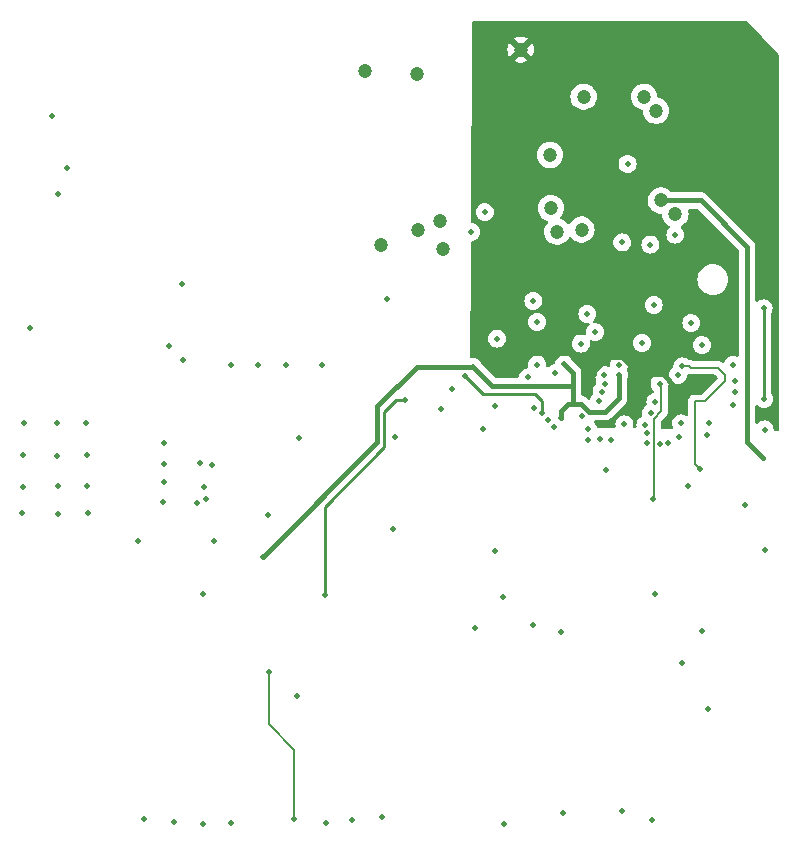
<source format=gbr>
%TF.GenerationSoftware,KiCad,Pcbnew,7.0.10-7.0.10~ubuntu22.04.1*%
%TF.CreationDate,2024-03-30T17:15:14+01:00*%
%TF.ProjectId,test_fixture,74657374-5f66-4697-9874-7572652e6b69,rev?*%
%TF.SameCoordinates,Original*%
%TF.FileFunction,Copper,L2,Inr*%
%TF.FilePolarity,Positive*%
%FSLAX46Y46*%
G04 Gerber Fmt 4.6, Leading zero omitted, Abs format (unit mm)*
G04 Created by KiCad (PCBNEW 7.0.10-7.0.10~ubuntu22.04.1) date 2024-03-30 17:15:14*
%MOMM*%
%LPD*%
G01*
G04 APERTURE LIST*
%TA.AperFunction,ComponentPad*%
%ADD10C,1.200000*%
%TD*%
%TA.AperFunction,ViaPad*%
%ADD11C,0.500000*%
%TD*%
%TA.AperFunction,Conductor*%
%ADD12C,0.400000*%
%TD*%
%TA.AperFunction,Conductor*%
%ADD13C,0.127000*%
%TD*%
%TA.AperFunction,Conductor*%
%ADD14C,0.254000*%
%TD*%
G04 APERTURE END LIST*
D10*
%TO.N,/I2C_DATA_1.8*%
%TO.C,POGO12*%
X117330886Y-76558500D03*
%TD*%
%TO.N,SWDCLK_1.8*%
%TO.C,POGO21*%
X123706286Y-89182300D03*
%TD*%
%TO.N,GND*%
%TO.C,POGO14*%
X123934886Y-91595300D03*
%TD*%
%TO.N,I2C_CLK_1.8*%
%TO.C,POGO11*%
X121750486Y-76812500D03*
%TD*%
%TO.N,GND*%
%TO.C,POGO3*%
X135872886Y-78692100D03*
%TD*%
%TO.N,/BUTTON*%
%TO.C,POGO7*%
X133100000Y-88120000D03*
%TD*%
%TO.N,SWDIO_1.8*%
%TO.C,POGO22*%
X121826686Y-89969700D03*
%TD*%
%TO.N,FF_CLK_1.8*%
%TO.C,POGO10*%
X133028086Y-83619700D03*
%TD*%
%TO.N,UART_RX_1.8*%
%TO.C,POGO1*%
X140978286Y-78692100D03*
%TD*%
%TO.N,VDD*%
%TO.C,POGO19*%
X142400686Y-87480500D03*
%TD*%
%TO.N,/UART_TX_TO_MCU_1.8*%
%TO.C,POGO5*%
X142019686Y-79885900D03*
%TD*%
%TO.N,VREF_IN_1.8*%
%TO.C,POGO2*%
X118677086Y-91214300D03*
%TD*%
%TO.N,+1.8V*%
%TO.C,POGO16*%
X130538886Y-74704300D03*
%TD*%
%TO.N,FF_Q_1.8*%
%TO.C,POGO15*%
X135695086Y-89944300D03*
%TD*%
%TO.N,FF_D_1.8*%
%TO.C,POGO8*%
X133637686Y-90122100D03*
%TD*%
%TO.N,GND*%
%TO.C,POGO6*%
X143645286Y-88623500D03*
%TD*%
D11*
%TO.N,GND*%
X91360000Y-114060000D03*
X135640000Y-99590000D03*
X93880000Y-113900000D03*
X128400000Y-104840000D03*
X90830000Y-80330000D03*
X88400000Y-111720000D03*
X88460000Y-106330000D03*
X91330000Y-111650000D03*
X100800000Y-99760000D03*
X119709859Y-115292045D03*
X89020000Y-98280000D03*
X143840000Y-102260000D03*
X143640000Y-90370000D03*
X144130000Y-106350000D03*
X131940000Y-101370000D03*
X93820000Y-109050000D03*
X141100000Y-106470000D03*
X88320000Y-113920000D03*
X103650000Y-120760000D03*
X141890000Y-120830000D03*
X100370000Y-109780000D03*
X104380000Y-109840000D03*
X129020000Y-121010000D03*
X104550000Y-116270000D03*
X135760000Y-105730000D03*
X146460000Y-106290000D03*
X91340000Y-86960000D03*
X88420000Y-109030000D03*
X93740000Y-106360000D03*
X103360000Y-109700000D03*
X145890000Y-99730000D03*
X138880000Y-101390000D03*
X140810000Y-99540000D03*
X101920000Y-100970000D03*
X141620000Y-139940000D03*
X91300000Y-109080000D03*
X116270000Y-139960000D03*
X101850000Y-94550000D03*
X91300000Y-106340000D03*
X103620000Y-140240000D03*
X93830000Y-111690000D03*
X129090000Y-140260000D03*
X149560000Y-113220000D03*
X139330000Y-106440000D03*
X144680000Y-111630000D03*
X127320000Y-106790000D03*
X133490000Y-102060000D03*
X146380000Y-130550000D03*
X128523099Y-99170337D03*
%TO.N,+3.3V*%
X145710000Y-110220000D03*
X138860000Y-102260000D03*
X144230000Y-101530000D03*
X108730000Y-117640000D03*
X134230000Y-101350000D03*
X133980000Y-105920000D03*
X126500000Y-101560000D03*
%TO.N,+5V*%
X100280000Y-113050000D03*
X103740000Y-111720000D03*
X98150000Y-116290000D03*
X103100000Y-113070000D03*
X103920000Y-112720000D03*
X100340000Y-111340000D03*
%TO.N,VDD*%
X108270000Y-101450000D03*
X110670000Y-101380000D03*
X106030000Y-101400000D03*
X119910000Y-107520000D03*
X151070000Y-109310000D03*
X100310000Y-108030000D03*
X113740000Y-101430000D03*
%TO.N,+1.8V*%
X146900000Y-102510000D03*
X141600000Y-102180000D03*
X136760000Y-102200000D03*
X130050000Y-101570000D03*
%TO.N,BUTTON_CTRL*%
X118780000Y-139720000D03*
X128400000Y-117130000D03*
%TO.N,SENSE_3.3V*%
X131950000Y-97760000D03*
X113974533Y-120921558D03*
X120780000Y-104410000D03*
%TO.N,BUTTON_DIVIDED*%
X142300000Y-102980000D03*
X141740000Y-112790000D03*
%TO.N,/RP2040 and Shifters/OE_CTRL*%
X146310000Y-107350000D03*
X136270000Y-106860000D03*
X141240000Y-107190000D03*
%TO.N,Net-(U1-GP13)*%
X137780000Y-110300000D03*
X139160000Y-139210000D03*
%TO.N,/RP2040 and Shifters/BUTTON_INPUT_SENSED*%
X114030000Y-140170000D03*
X136210000Y-107780000D03*
%TO.N,/UART_TX_TO_MCU_1.8*%
X123810000Y-105140000D03*
X136190000Y-97090000D03*
X109180000Y-114130000D03*
%TO.N,FF_CLK_1.8*%
X141950000Y-104520000D03*
X139590000Y-84380000D03*
X151200000Y-106870000D03*
%TO.N,FF_D_1.8*%
X141550000Y-105500000D03*
X139140000Y-91030000D03*
X151230000Y-117040000D03*
%TO.N,I2C_CLK_1.8*%
X151110000Y-96610000D03*
X148490000Y-104820000D03*
X151171745Y-104279824D03*
%TO.N,SWDIO_1.8*%
X131180000Y-102450000D03*
%TO.N,SWDCLK_1.8*%
X137610000Y-102250000D03*
%TO.N,UART_RX_1.8*%
X137660000Y-103000000D03*
%TO.N,UART_TX_1.8*%
X111750000Y-107600000D03*
X137390000Y-103670000D03*
%TO.N,/RP2040 and Shifters/UART_RX*%
X132310000Y-105460000D03*
X98630000Y-139880000D03*
X119240000Y-95830000D03*
X125800000Y-102350000D03*
%TO.N,/RP2040 and Shifters/UART_TX*%
X136850000Y-98620000D03*
X132856500Y-106100000D03*
X127510000Y-88470000D03*
X101210000Y-140100000D03*
%TO.N,/RP2040 and Shifters/RESET*%
X133370000Y-106676500D03*
X105976904Y-140220043D03*
%TO.N,/RP2040 and Shifters/SWDCLK*%
X131670000Y-105040000D03*
X111570000Y-129460000D03*
%TO.N,/RP2040 and Shifters/PDM_CLK*%
X143020000Y-108010000D03*
X134130000Y-139320000D03*
%TO.N,/RP2040 and Shifters/FF_Q*%
X141230000Y-108050000D03*
X126660000Y-123670000D03*
%TO.N,/RP2040 and Shifters/FF_D*%
X131590000Y-123460000D03*
X138210000Y-107740000D03*
%TO.N,/RP2040 and Shifters/FF_CLK*%
X137290000Y-107703500D03*
X133930000Y-123990000D03*
%TO.N,/RP2040 and Shifters/I2C_CLK*%
X144230000Y-126630000D03*
X143980000Y-107490000D03*
%TO.N,/RP2040 and Shifters/VREF_IN*%
X145930000Y-123940000D03*
X142324935Y-108092993D03*
%TO.N,RESET_1.8*%
X137189719Y-104440016D03*
%TO.N,PDM_CLK_1.8*%
X148720000Y-103700000D03*
%TO.N,VREF_IN_1.8*%
X141800000Y-96320000D03*
X126340000Y-90150000D03*
X92110000Y-84730000D03*
X148720000Y-102760000D03*
X131620000Y-95970000D03*
%TO.N,FF_Q_1.8*%
X141530000Y-91210000D03*
X148500000Y-101400000D03*
X144990000Y-97860000D03*
%TO.N,/RP2040 and Shifters/SWDIO*%
X111380000Y-139870000D03*
X109220000Y-127400000D03*
X124750000Y-103470000D03*
%TD*%
D12*
%TO.N,+3.3V*%
X138860000Y-104200000D02*
X137670000Y-105390000D01*
X135679239Y-104730000D02*
X134980000Y-104730000D01*
X134980000Y-103180000D02*
X134980000Y-102100000D01*
D13*
X146110000Y-104490000D02*
X147840000Y-102760000D01*
D12*
X118400000Y-107970000D02*
X118400000Y-104890000D01*
D13*
X144830000Y-101530000D02*
X144230000Y-101530000D01*
D12*
X134580000Y-104730000D02*
X133980000Y-105330000D01*
X134980000Y-103180000D02*
X128120000Y-103180000D01*
X138860000Y-102260000D02*
X138860000Y-104200000D01*
X137670000Y-105390000D02*
X136339239Y-105390000D01*
D13*
X147840000Y-102760000D02*
X147840000Y-102240000D01*
X145710000Y-110220000D02*
X145290000Y-109800000D01*
D12*
X134980000Y-102100000D02*
X134230000Y-101350000D01*
D13*
X145290000Y-104490000D02*
X146110000Y-104490000D01*
D12*
X136339239Y-105390000D02*
X135679239Y-104730000D01*
D13*
X147240000Y-101640000D02*
X144940000Y-101640000D01*
D12*
X118400000Y-104890000D02*
X121730000Y-101560000D01*
X121730000Y-101560000D02*
X126500000Y-101560000D01*
D13*
X147840000Y-102240000D02*
X147240000Y-101640000D01*
X145290000Y-109800000D02*
X145290000Y-104490000D01*
D12*
X134980000Y-104730000D02*
X134580000Y-104730000D01*
X108730000Y-117640000D02*
X118400000Y-107970000D01*
X134980000Y-104730000D02*
X134980000Y-103180000D01*
D13*
X144940000Y-101640000D02*
X144830000Y-101530000D01*
D12*
X128120000Y-103180000D02*
X126500000Y-101560000D01*
X133980000Y-105330000D02*
X133980000Y-105920000D01*
%TO.N,VDD*%
X145800500Y-87480500D02*
X149710000Y-91390000D01*
X149710000Y-107950000D02*
X151070000Y-109310000D01*
X149710000Y-91390000D02*
X149710000Y-107950000D01*
X142400686Y-87480500D02*
X145800500Y-87480500D01*
%TO.N,+1.8V*%
X136285000Y-101595000D02*
X135070000Y-100380000D01*
X130480000Y-100380000D02*
X130480000Y-101140000D01*
X142280000Y-102180000D02*
X140330000Y-102180000D01*
X139900000Y-101750000D02*
X139900000Y-101490761D01*
X137095000Y-101595000D02*
X136285000Y-101595000D01*
X137095000Y-101595000D02*
X136760000Y-101930000D01*
X137950000Y-100740000D02*
X137095000Y-101595000D01*
X143630000Y-103230000D02*
X142580000Y-102180000D01*
X136760000Y-101930000D02*
X136760000Y-102200000D01*
X135070000Y-100380000D02*
X130480000Y-100380000D01*
X146180000Y-103230000D02*
X143630000Y-103230000D01*
X139900000Y-101490761D02*
X139149239Y-100740000D01*
X142580000Y-102180000D02*
X142280000Y-102180000D01*
X130480000Y-101140000D02*
X130050000Y-101570000D01*
X140330000Y-102180000D02*
X139900000Y-101750000D01*
X146900000Y-102510000D02*
X146180000Y-103230000D01*
X139149239Y-100740000D02*
X137950000Y-100740000D01*
X142280000Y-102180000D02*
X141600000Y-102180000D01*
D14*
%TO.N,SENSE_3.3V*%
X113974533Y-113405467D02*
X118990000Y-108390000D01*
X118990000Y-108390000D02*
X118990000Y-105390000D01*
X113974533Y-120921558D02*
X113974533Y-113405467D01*
X119970000Y-104410000D02*
X120780000Y-104410000D01*
X118990000Y-105390000D02*
X119970000Y-104410000D01*
D13*
%TO.N,BUTTON_DIVIDED*%
X142463500Y-105312699D02*
X142463500Y-103143500D01*
X141740000Y-112790000D02*
X141811435Y-112718565D01*
X142463500Y-103143500D02*
X142300000Y-102980000D01*
X141811435Y-112718565D02*
X141811435Y-105964764D01*
X141811435Y-105964764D02*
X142463500Y-105312699D01*
D14*
%TO.N,I2C_CLK_1.8*%
X151110000Y-96610000D02*
X151110000Y-104218079D01*
X151110000Y-104218079D02*
X151171745Y-104279824D01*
%TO.N,/RP2040 and Shifters/UART_RX*%
X132310000Y-104450000D02*
X132310000Y-105460000D01*
X131740000Y-103880000D02*
X132310000Y-104450000D01*
X125800000Y-102350000D02*
X127330000Y-103880000D01*
X127330000Y-103880000D02*
X131740000Y-103880000D01*
D13*
%TO.N,/RP2040 and Shifters/SWDIO*%
X111380000Y-133980000D02*
X111380000Y-139870000D01*
X109220000Y-127400000D02*
X109220000Y-131820000D01*
X109220000Y-131820000D02*
X111380000Y-133980000D01*
%TD*%
%TA.AperFunction,Conductor*%
%TO.N,+1.8V*%
G36*
X149723265Y-72290002D02*
G01*
X149747374Y-72310153D01*
X150979635Y-73634032D01*
X152349988Y-75106270D01*
X152366230Y-75123719D01*
X152398001Y-75187210D01*
X152400000Y-75209566D01*
X152400000Y-106901272D01*
X152379998Y-106969393D01*
X152326342Y-107015886D01*
X152271302Y-107027243D01*
X152084325Y-107023239D01*
X152016649Y-107001783D01*
X151971315Y-106947144D01*
X151961816Y-106883158D01*
X151963299Y-106870000D01*
X151944162Y-106700150D01*
X151887709Y-106538817D01*
X151796771Y-106394091D01*
X151796769Y-106394089D01*
X151796768Y-106394087D01*
X151675912Y-106273231D01*
X151670534Y-106269852D01*
X151569810Y-106206562D01*
X151531182Y-106182290D01*
X151431270Y-106147330D01*
X151369850Y-106125838D01*
X151369848Y-106125837D01*
X151369850Y-106125837D01*
X151200000Y-106106701D01*
X151030151Y-106125837D01*
X150868817Y-106182290D01*
X150724087Y-106273231D01*
X150724086Y-106273232D01*
X150633595Y-106363724D01*
X150571283Y-106397750D01*
X150500468Y-106392685D01*
X150443632Y-106350138D01*
X150418821Y-106283618D01*
X150418500Y-106274629D01*
X150418500Y-104903450D01*
X150438502Y-104835329D01*
X150492158Y-104788836D01*
X150562432Y-104778732D01*
X150627012Y-104808226D01*
X150633595Y-104814355D01*
X150695832Y-104876592D01*
X150695834Y-104876593D01*
X150695836Y-104876595D01*
X150840562Y-104967533D01*
X151001895Y-105023986D01*
X151001894Y-105023986D01*
X151019093Y-105025923D01*
X151171745Y-105043123D01*
X151341595Y-105023986D01*
X151502928Y-104967533D01*
X151647654Y-104876595D01*
X151768516Y-104755733D01*
X151859454Y-104611007D01*
X151915907Y-104449674D01*
X151935044Y-104279824D01*
X151915907Y-104109974D01*
X151859454Y-103948641D01*
X151840201Y-103918000D01*
X151764813Y-103798021D01*
X151745500Y-103730985D01*
X151745500Y-97060572D01*
X151764814Y-96993535D01*
X151797706Y-96941187D01*
X151797709Y-96941183D01*
X151854162Y-96779850D01*
X151873299Y-96610000D01*
X151854162Y-96440150D01*
X151797709Y-96278817D01*
X151706771Y-96134091D01*
X151706769Y-96134089D01*
X151706768Y-96134087D01*
X151585912Y-96013231D01*
X151441182Y-95922290D01*
X151341270Y-95887330D01*
X151279850Y-95865838D01*
X151279848Y-95865837D01*
X151279850Y-95865837D01*
X151110000Y-95846701D01*
X150940151Y-95865837D01*
X150778817Y-95922290D01*
X150634087Y-96013231D01*
X150634086Y-96013232D01*
X150633595Y-96013724D01*
X150633198Y-96013940D01*
X150628557Y-96017642D01*
X150627908Y-96016829D01*
X150571283Y-96047750D01*
X150500468Y-96042685D01*
X150443632Y-96000138D01*
X150418821Y-95933618D01*
X150418500Y-95924629D01*
X150418500Y-91415222D01*
X150418730Y-91407615D01*
X150420409Y-91379850D01*
X150422402Y-91346908D01*
X150411434Y-91287059D01*
X150410298Y-91279597D01*
X150402965Y-91219199D01*
X150402964Y-91219197D01*
X150402964Y-91219195D01*
X150399351Y-91209668D01*
X150393227Y-91187702D01*
X150391389Y-91177673D01*
X150391389Y-91177671D01*
X150366427Y-91122208D01*
X150363515Y-91115176D01*
X150341957Y-91058332D01*
X150341955Y-91058329D01*
X150341954Y-91058325D01*
X150338140Y-91052800D01*
X150336163Y-91049935D01*
X150324958Y-91030070D01*
X150320775Y-91020774D01*
X150283267Y-90972899D01*
X150278756Y-90966768D01*
X150244215Y-90916727D01*
X150244212Y-90916724D01*
X150198682Y-90876387D01*
X150193141Y-90871171D01*
X146319327Y-86997357D01*
X146314110Y-86991816D01*
X146273771Y-86946283D01*
X146223720Y-86911734D01*
X146217593Y-86907226D01*
X146169726Y-86869725D01*
X146169722Y-86869723D01*
X146160419Y-86865535D01*
X146140569Y-86854340D01*
X146132175Y-86848546D01*
X146115347Y-86842164D01*
X146075321Y-86826983D01*
X146068294Y-86824072D01*
X146012832Y-86799112D01*
X146012830Y-86799111D01*
X146012829Y-86799111D01*
X146002786Y-86797270D01*
X145980836Y-86791150D01*
X145971301Y-86787535D01*
X145971300Y-86787534D01*
X145971298Y-86787534D01*
X145971294Y-86787533D01*
X145910933Y-86780204D01*
X145903414Y-86779059D01*
X145864888Y-86772000D01*
X145843594Y-86768098D01*
X145843593Y-86768098D01*
X145792632Y-86771180D01*
X145782890Y-86771770D01*
X145775282Y-86772000D01*
X143316846Y-86772000D01*
X143248725Y-86751998D01*
X143227796Y-86734318D01*
X143227692Y-86734433D01*
X143224667Y-86731675D01*
X143223729Y-86730883D01*
X143223390Y-86730511D01*
X143071569Y-86592108D01*
X142896909Y-86483963D01*
X142896908Y-86483962D01*
X142896904Y-86483960D01*
X142779553Y-86438498D01*
X142705342Y-86409749D01*
X142654856Y-86400311D01*
X142503404Y-86372000D01*
X142297968Y-86372000D01*
X142176805Y-86394649D01*
X142096029Y-86409749D01*
X141947607Y-86467248D01*
X141904468Y-86483960D01*
X141904467Y-86483960D01*
X141904466Y-86483961D01*
X141904462Y-86483963D01*
X141729802Y-86592108D01*
X141577983Y-86730509D01*
X141454183Y-86894449D01*
X141454179Y-86894454D01*
X141362615Y-87078339D01*
X141362609Y-87078355D01*
X141306392Y-87275937D01*
X141287437Y-87480500D01*
X141306392Y-87685062D01*
X141362609Y-87882644D01*
X141362615Y-87882660D01*
X141454179Y-88066545D01*
X141454183Y-88066550D01*
X141577983Y-88230490D01*
X141729802Y-88368891D01*
X141729804Y-88368892D01*
X141904468Y-88477040D01*
X142096031Y-88551251D01*
X142297968Y-88589000D01*
X142297971Y-88589000D01*
X142413976Y-88589000D01*
X142482097Y-88609002D01*
X142528590Y-88662658D01*
X142539437Y-88703370D01*
X142547550Y-88790922D01*
X142550992Y-88828062D01*
X142607209Y-89025644D01*
X142607215Y-89025660D01*
X142698779Y-89209545D01*
X142698783Y-89209550D01*
X142822583Y-89373490D01*
X142974402Y-89511891D01*
X143117709Y-89600623D01*
X143165096Y-89653490D01*
X143176379Y-89723584D01*
X143147975Y-89788651D01*
X143140474Y-89796845D01*
X143043230Y-89894089D01*
X142952290Y-90038817D01*
X142895837Y-90200151D01*
X142876701Y-90370000D01*
X142895837Y-90539848D01*
X142952290Y-90701182D01*
X143043231Y-90845912D01*
X143164087Y-90966768D01*
X143164089Y-90966769D01*
X143164091Y-90966771D01*
X143308817Y-91057709D01*
X143470150Y-91114162D01*
X143470149Y-91114162D01*
X143487348Y-91116099D01*
X143640000Y-91133299D01*
X143809850Y-91114162D01*
X143971183Y-91057709D01*
X144115909Y-90966771D01*
X144236771Y-90845909D01*
X144327709Y-90701183D01*
X144384162Y-90539850D01*
X144403299Y-90370000D01*
X144384162Y-90200150D01*
X144327709Y-90038817D01*
X144236771Y-89894091D01*
X144236769Y-89894089D01*
X144236768Y-89894087D01*
X144143569Y-89800888D01*
X144109543Y-89738576D01*
X144114608Y-89667761D01*
X144157155Y-89610925D01*
X144166334Y-89604666D01*
X144316166Y-89511893D01*
X144316165Y-89511893D01*
X144316168Y-89511892D01*
X144467987Y-89373491D01*
X144469032Y-89372108D01*
X144514268Y-89312205D01*
X144591789Y-89209550D01*
X144591790Y-89209546D01*
X144591792Y-89209545D01*
X144683356Y-89025660D01*
X144683355Y-89025660D01*
X144683360Y-89025652D01*
X144739580Y-88828059D01*
X144758535Y-88623500D01*
X144739580Y-88418941D01*
X144719817Y-88349481D01*
X144720413Y-88278487D01*
X144759297Y-88219086D01*
X144824124Y-88190136D01*
X144841007Y-88189000D01*
X145454840Y-88189000D01*
X145522961Y-88209002D01*
X145543935Y-88225905D01*
X148964595Y-91646565D01*
X148998621Y-91708877D01*
X149001500Y-91735660D01*
X149001500Y-100594307D01*
X148981498Y-100662428D01*
X148927842Y-100708921D01*
X148857568Y-100719025D01*
X148833885Y-100713236D01*
X148669847Y-100655837D01*
X148669850Y-100655837D01*
X148500000Y-100636701D01*
X148330151Y-100655837D01*
X148168817Y-100712290D01*
X148024087Y-100803231D01*
X147903231Y-100924087D01*
X147812291Y-101068816D01*
X147789984Y-101132566D01*
X147748605Y-101190257D01*
X147682605Y-101216420D01*
X147612937Y-101202746D01*
X147594352Y-101190914D01*
X147580325Y-101180151D01*
X147580323Y-101180149D01*
X147528470Y-101140360D01*
X147389320Y-101082722D01*
X147309865Y-101072262D01*
X147277492Y-101068000D01*
X147277490Y-101068000D01*
X147273403Y-101067462D01*
X147273403Y-101067461D01*
X147273396Y-101067461D01*
X147240002Y-101063065D01*
X147240000Y-101063065D01*
X147210702Y-101066922D01*
X147194256Y-101068000D01*
X145210294Y-101068000D01*
X145142173Y-101047998D01*
X145133598Y-101041969D01*
X145118468Y-101030359D01*
X145118467Y-101030358D01*
X145118464Y-101030356D01*
X144979322Y-100972723D01*
X144867492Y-100958000D01*
X144867490Y-100958000D01*
X144863403Y-100957462D01*
X144863403Y-100957461D01*
X144863396Y-100957461D01*
X144830002Y-100953065D01*
X144830000Y-100953065D01*
X144800702Y-100956922D01*
X144784256Y-100958000D01*
X144781060Y-100958000D01*
X144712939Y-100937998D01*
X144708986Y-100935163D01*
X144705910Y-100933230D01*
X144705909Y-100933229D01*
X144575839Y-100851500D01*
X144561182Y-100842290D01*
X144449550Y-100803229D01*
X144399850Y-100785838D01*
X144399848Y-100785837D01*
X144399850Y-100785837D01*
X144230000Y-100766701D01*
X144060151Y-100785837D01*
X143898817Y-100842290D01*
X143754087Y-100933231D01*
X143633231Y-101054087D01*
X143542290Y-101198817D01*
X143485837Y-101360151D01*
X143465909Y-101537031D01*
X143464426Y-101536863D01*
X143446699Y-101597237D01*
X143407739Y-101635802D01*
X143364090Y-101663229D01*
X143364086Y-101663232D01*
X143243231Y-101784087D01*
X143152290Y-101928817D01*
X143095837Y-102090151D01*
X143076701Y-102260000D01*
X143090225Y-102380040D01*
X143077975Y-102449972D01*
X143029862Y-102502179D01*
X142961161Y-102520087D01*
X142893684Y-102498009D01*
X142875922Y-102483241D01*
X142775912Y-102383231D01*
X142631182Y-102292290D01*
X142518796Y-102252965D01*
X142469850Y-102235838D01*
X142469848Y-102235837D01*
X142469850Y-102235837D01*
X142300000Y-102216701D01*
X142130151Y-102235837D01*
X141968817Y-102292290D01*
X141824087Y-102383231D01*
X141703231Y-102504087D01*
X141612290Y-102648817D01*
X141555837Y-102810151D01*
X141536701Y-102980000D01*
X141555837Y-103149848D01*
X141612290Y-103311182D01*
X141703231Y-103455912D01*
X141818372Y-103571053D01*
X141852398Y-103633365D01*
X141847333Y-103704180D01*
X141804786Y-103761016D01*
X141770893Y-103779077D01*
X141618816Y-103832291D01*
X141474087Y-103923231D01*
X141353231Y-104044087D01*
X141262290Y-104188817D01*
X141205837Y-104350151D01*
X141186701Y-104520000D01*
X141205837Y-104689847D01*
X141210113Y-104702067D01*
X141213731Y-104772971D01*
X141178441Y-104834576D01*
X141158220Y-104850367D01*
X141074087Y-104903231D01*
X140953231Y-105024087D01*
X140862290Y-105168817D01*
X140805837Y-105330151D01*
X140786701Y-105500000D01*
X140806357Y-105674460D01*
X140794107Y-105744392D01*
X140748186Y-105795254D01*
X140624087Y-105873231D01*
X140503231Y-105994087D01*
X140412290Y-106138817D01*
X140355837Y-106300151D01*
X140341898Y-106423874D01*
X140327435Y-106458291D01*
X140337419Y-106478491D01*
X140338517Y-106486125D01*
X140354641Y-106629232D01*
X140342391Y-106699164D01*
X140294279Y-106751372D01*
X140226734Y-106769310D01*
X140193223Y-106768592D01*
X140125546Y-106747135D01*
X140080213Y-106692496D01*
X140071617Y-106622022D01*
X140073084Y-106614573D01*
X140074162Y-106609850D01*
X140077986Y-106575909D01*
X140088102Y-106486122D01*
X140102563Y-106451707D01*
X140092580Y-106431507D01*
X140091482Y-106423874D01*
X140074162Y-106270151D01*
X140074057Y-106269852D01*
X140017709Y-106108817D01*
X139926771Y-105964091D01*
X139926769Y-105964089D01*
X139926768Y-105964087D01*
X139805912Y-105843231D01*
X139661182Y-105752290D01*
X139561270Y-105717330D01*
X139499850Y-105695838D01*
X139499848Y-105695837D01*
X139499850Y-105695837D01*
X139330000Y-105676701D01*
X139160151Y-105695837D01*
X138998817Y-105752290D01*
X138854087Y-105843231D01*
X138733231Y-105964087D01*
X138642290Y-106108817D01*
X138585837Y-106270151D01*
X138566701Y-106440000D01*
X138583748Y-106591309D01*
X138571498Y-106661240D01*
X138523385Y-106713448D01*
X138455842Y-106731386D01*
X137105184Y-106702462D01*
X137037507Y-106681006D01*
X136992174Y-106626367D01*
X136988953Y-106618107D01*
X136986064Y-106609850D01*
X136957709Y-106528817D01*
X136866771Y-106384091D01*
X136866769Y-106384089D01*
X136866768Y-106384087D01*
X136796276Y-106313595D01*
X136762250Y-106251283D01*
X136767315Y-106180468D01*
X136809862Y-106123632D01*
X136876382Y-106098821D01*
X136885371Y-106098500D01*
X137644782Y-106098500D01*
X137652390Y-106098730D01*
X137713093Y-106102402D01*
X137772951Y-106091432D01*
X137780398Y-106090299D01*
X137840801Y-106082965D01*
X137850330Y-106079350D01*
X137872304Y-106073226D01*
X137882329Y-106071389D01*
X137937797Y-106046423D01*
X137944802Y-106043522D01*
X138001675Y-106021954D01*
X138010066Y-106016161D01*
X138029922Y-106004961D01*
X138039226Y-106000775D01*
X138087140Y-105963235D01*
X138093195Y-105958780D01*
X138143273Y-105924215D01*
X138183627Y-105878663D01*
X138188812Y-105873156D01*
X139343156Y-104718812D01*
X139348663Y-104713627D01*
X139394215Y-104673273D01*
X139428780Y-104623195D01*
X139433235Y-104617140D01*
X139470775Y-104569226D01*
X139474961Y-104559922D01*
X139486161Y-104540066D01*
X139491954Y-104531675D01*
X139513522Y-104474802D01*
X139516423Y-104467797D01*
X139541389Y-104412329D01*
X139543227Y-104402295D01*
X139549351Y-104380327D01*
X139552965Y-104370801D01*
X139560299Y-104310393D01*
X139561434Y-104302936D01*
X139572401Y-104243093D01*
X139568730Y-104182400D01*
X139568500Y-104174793D01*
X139568500Y-102553173D01*
X139575571Y-102511558D01*
X139590413Y-102469141D01*
X139604162Y-102429850D01*
X139623299Y-102260000D01*
X139604162Y-102090150D01*
X139547709Y-101928817D01*
X139541426Y-101918817D01*
X139534598Y-101907950D01*
X139515292Y-101839629D01*
X139534599Y-101773876D01*
X139538087Y-101768325D01*
X139567709Y-101721183D01*
X139624162Y-101559850D01*
X139643299Y-101390000D01*
X139624162Y-101220150D01*
X139567709Y-101058817D01*
X139476771Y-100914091D01*
X139476769Y-100914089D01*
X139476768Y-100914087D01*
X139355912Y-100793231D01*
X139211182Y-100702290D01*
X139078425Y-100655837D01*
X139049850Y-100645838D01*
X139049848Y-100645837D01*
X139049850Y-100645837D01*
X138880000Y-100626701D01*
X138710151Y-100645837D01*
X138548817Y-100702290D01*
X138404087Y-100793231D01*
X138283231Y-100914087D01*
X138192290Y-101058817D01*
X138135837Y-101220151D01*
X138116701Y-101390001D01*
X138121771Y-101435006D01*
X138109521Y-101504937D01*
X138061407Y-101557145D01*
X137992706Y-101575052D01*
X137948034Y-101564135D01*
X137947862Y-101564628D01*
X137942794Y-101562854D01*
X137941899Y-101562636D01*
X137941186Y-101562292D01*
X137941183Y-101562291D01*
X137779850Y-101505838D01*
X137779848Y-101505837D01*
X137779850Y-101505837D01*
X137610000Y-101486701D01*
X137440151Y-101505837D01*
X137278817Y-101562290D01*
X137134087Y-101653231D01*
X137013231Y-101774087D01*
X136922290Y-101918817D01*
X136865837Y-102080151D01*
X136846701Y-102250000D01*
X136865837Y-102419848D01*
X136922290Y-102581182D01*
X136941819Y-102612261D01*
X136961125Y-102680582D01*
X136954061Y-102720912D01*
X136922837Y-102810150D01*
X136915837Y-102830154D01*
X136896701Y-103000001D01*
X136899083Y-103021147D01*
X136886832Y-103091079D01*
X136862972Y-103124346D01*
X136793230Y-103194089D01*
X136702290Y-103338817D01*
X136645837Y-103500151D01*
X136626701Y-103670000D01*
X136646270Y-103843694D01*
X136634020Y-103913625D01*
X136610161Y-103946891D01*
X136592949Y-103964103D01*
X136592946Y-103964108D01*
X136502011Y-104108830D01*
X136502010Y-104108832D01*
X136453676Y-104246963D01*
X136412298Y-104304655D01*
X136346297Y-104330817D01*
X136276630Y-104317144D01*
X136245652Y-104294443D01*
X136198066Y-104246857D01*
X136192849Y-104241316D01*
X136152510Y-104195783D01*
X136102459Y-104161234D01*
X136096332Y-104156726D01*
X136048465Y-104119225D01*
X136048461Y-104119223D01*
X136039158Y-104115035D01*
X136019308Y-104103840D01*
X136010914Y-104098046D01*
X135987737Y-104089256D01*
X135954060Y-104076483D01*
X135947033Y-104073572D01*
X135891571Y-104048612D01*
X135891569Y-104048611D01*
X135891568Y-104048611D01*
X135881525Y-104046770D01*
X135859575Y-104040650D01*
X135850040Y-104037035D01*
X135850039Y-104037034D01*
X135850037Y-104037034D01*
X135850033Y-104037033D01*
X135799311Y-104030874D01*
X135734098Y-104002806D01*
X135694412Y-103943937D01*
X135688500Y-103905793D01*
X135688500Y-102125205D01*
X135688730Y-102117598D01*
X135690390Y-102090150D01*
X135692401Y-102056907D01*
X135681434Y-101997063D01*
X135680301Y-101989620D01*
X135672965Y-101929199D01*
X135669347Y-101919659D01*
X135663226Y-101897703D01*
X135661388Y-101887671D01*
X135636424Y-101832205D01*
X135633529Y-101825217D01*
X135611954Y-101768325D01*
X135607788Y-101762290D01*
X135606161Y-101759932D01*
X135594954Y-101740061D01*
X135590775Y-101730775D01*
X135590775Y-101730774D01*
X135553256Y-101682885D01*
X135548766Y-101676783D01*
X135514215Y-101626727D01*
X135500615Y-101614678D01*
X135468682Y-101586387D01*
X135463141Y-101581171D01*
X134947154Y-101065184D01*
X134921737Y-101024732D01*
X134920780Y-101025193D01*
X134917711Y-101018820D01*
X134882782Y-100963231D01*
X134826771Y-100874091D01*
X134826769Y-100874089D01*
X134826768Y-100874087D01*
X134705912Y-100753231D01*
X134561182Y-100662290D01*
X134459473Y-100626701D01*
X134399850Y-100605838D01*
X134399848Y-100605837D01*
X134399850Y-100605837D01*
X134230000Y-100586701D01*
X134060151Y-100605837D01*
X133898817Y-100662290D01*
X133754087Y-100753231D01*
X133633231Y-100874087D01*
X133542290Y-101018817D01*
X133485838Y-101180147D01*
X133485838Y-101180151D01*
X133483733Y-101198827D01*
X133456228Y-101264279D01*
X133397703Y-101304471D01*
X133372636Y-101309923D01*
X133320154Y-101315837D01*
X133320147Y-101315838D01*
X133158817Y-101372290D01*
X133014089Y-101463230D01*
X132906616Y-101570703D01*
X132844304Y-101604728D01*
X132773488Y-101599662D01*
X132716652Y-101557116D01*
X132691842Y-101490595D01*
X132692312Y-101467507D01*
X132703299Y-101370000D01*
X132684162Y-101200150D01*
X132627709Y-101038817D01*
X132536771Y-100894091D01*
X132536769Y-100894089D01*
X132536768Y-100894087D01*
X132415912Y-100773231D01*
X132271182Y-100682290D01*
X132171270Y-100647330D01*
X132109850Y-100625838D01*
X132109848Y-100625837D01*
X132109850Y-100625837D01*
X131940000Y-100606701D01*
X131770151Y-100625837D01*
X131608817Y-100682290D01*
X131464087Y-100773231D01*
X131343231Y-100894087D01*
X131252290Y-101038817D01*
X131195837Y-101200151D01*
X131176701Y-101370000D01*
X131195837Y-101539848D01*
X131196743Y-101543815D01*
X131196581Y-101546451D01*
X131196630Y-101546882D01*
X131196554Y-101546890D01*
X131192403Y-101614678D01*
X131150441Y-101671947D01*
X131088010Y-101697065D01*
X131010151Y-101705837D01*
X130848817Y-101762290D01*
X130704087Y-101853231D01*
X130583231Y-101974087D01*
X130492290Y-102118817D01*
X130435837Y-102280151D01*
X130426886Y-102359606D01*
X130399383Y-102425059D01*
X130340860Y-102465253D01*
X130301678Y-102471500D01*
X128465660Y-102471500D01*
X128397539Y-102451498D01*
X128376565Y-102434595D01*
X127217154Y-101275184D01*
X127191737Y-101234732D01*
X127190780Y-101235193D01*
X127187711Y-101228820D01*
X127096768Y-101084087D01*
X126975912Y-100963231D01*
X126965871Y-100956922D01*
X126897707Y-100914091D01*
X126831182Y-100872290D01*
X126706950Y-100828820D01*
X126669850Y-100815838D01*
X126669848Y-100815837D01*
X126669850Y-100815837D01*
X126517198Y-100798638D01*
X126500000Y-100796701D01*
X126499999Y-100796701D01*
X126417191Y-100806030D01*
X126347259Y-100793780D01*
X126295051Y-100745666D01*
X126277086Y-100680235D01*
X126284150Y-99170337D01*
X127759800Y-99170337D01*
X127778936Y-99340185D01*
X127835389Y-99501519D01*
X127926330Y-99646249D01*
X128047186Y-99767105D01*
X128047188Y-99767106D01*
X128047190Y-99767108D01*
X128191916Y-99858046D01*
X128353249Y-99914499D01*
X128353248Y-99914499D01*
X128370447Y-99916436D01*
X128523099Y-99933636D01*
X128692949Y-99914499D01*
X128854282Y-99858046D01*
X128999008Y-99767108D01*
X129119870Y-99646246D01*
X129155212Y-99590000D01*
X134876701Y-99590000D01*
X134895837Y-99759848D01*
X134952290Y-99921182D01*
X135011812Y-100015909D01*
X135040259Y-100061183D01*
X135043231Y-100065912D01*
X135164087Y-100186768D01*
X135164089Y-100186769D01*
X135164091Y-100186771D01*
X135308817Y-100277709D01*
X135470150Y-100334162D01*
X135470149Y-100334162D01*
X135487348Y-100336099D01*
X135640000Y-100353299D01*
X135809850Y-100334162D01*
X135971183Y-100277709D01*
X136115909Y-100186771D01*
X136236771Y-100065909D01*
X136327709Y-99921183D01*
X136384162Y-99759850D01*
X136403299Y-99590000D01*
X136397666Y-99540000D01*
X140046701Y-99540000D01*
X140065837Y-99709848D01*
X140122290Y-99871182D01*
X140213231Y-100015912D01*
X140334087Y-100136768D01*
X140334089Y-100136769D01*
X140334091Y-100136771D01*
X140478817Y-100227709D01*
X140640150Y-100284162D01*
X140640149Y-100284162D01*
X140657348Y-100286099D01*
X140810000Y-100303299D01*
X140979850Y-100284162D01*
X141141183Y-100227709D01*
X141285909Y-100136771D01*
X141406771Y-100015909D01*
X141497709Y-99871183D01*
X141547111Y-99730000D01*
X145126701Y-99730000D01*
X145145837Y-99899848D01*
X145202290Y-100061182D01*
X145293231Y-100205912D01*
X145414087Y-100326768D01*
X145414089Y-100326769D01*
X145414091Y-100326771D01*
X145558817Y-100417709D01*
X145720150Y-100474162D01*
X145720149Y-100474162D01*
X145737348Y-100476099D01*
X145890000Y-100493299D01*
X146059850Y-100474162D01*
X146221183Y-100417709D01*
X146365909Y-100326771D01*
X146486771Y-100205909D01*
X146577709Y-100061183D01*
X146634162Y-99899850D01*
X146653299Y-99730000D01*
X146634162Y-99560150D01*
X146577709Y-99398817D01*
X146486771Y-99254091D01*
X146486769Y-99254089D01*
X146486768Y-99254087D01*
X146365912Y-99133231D01*
X146221182Y-99042290D01*
X146101714Y-99000487D01*
X146059850Y-98985838D01*
X146059848Y-98985837D01*
X146059850Y-98985837D01*
X145890000Y-98966701D01*
X145720151Y-98985837D01*
X145558817Y-99042290D01*
X145414087Y-99133231D01*
X145293231Y-99254087D01*
X145202290Y-99398817D01*
X145145837Y-99560151D01*
X145126701Y-99730000D01*
X141547111Y-99730000D01*
X141554162Y-99709850D01*
X141573299Y-99540000D01*
X141554162Y-99370150D01*
X141497709Y-99208817D01*
X141406771Y-99064091D01*
X141406769Y-99064089D01*
X141406768Y-99064087D01*
X141285912Y-98943231D01*
X141141182Y-98852290D01*
X141041270Y-98817330D01*
X140979850Y-98795838D01*
X140979848Y-98795837D01*
X140979850Y-98795837D01*
X140810000Y-98776701D01*
X140640151Y-98795837D01*
X140478817Y-98852290D01*
X140334087Y-98943231D01*
X140213231Y-99064087D01*
X140122290Y-99208817D01*
X140065837Y-99370151D01*
X140046701Y-99540000D01*
X136397666Y-99540000D01*
X136387898Y-99453308D01*
X136400148Y-99383376D01*
X136448261Y-99331168D01*
X136516962Y-99313260D01*
X136554718Y-99320271D01*
X136680150Y-99364162D01*
X136850000Y-99383299D01*
X137019850Y-99364162D01*
X137181183Y-99307709D01*
X137325909Y-99216771D01*
X137446771Y-99095909D01*
X137537709Y-98951183D01*
X137594162Y-98789850D01*
X137613299Y-98620000D01*
X137594162Y-98450150D01*
X137537709Y-98288817D01*
X137446771Y-98144091D01*
X137446769Y-98144089D01*
X137446768Y-98144087D01*
X137325912Y-98023231D01*
X137181182Y-97932290D01*
X137081270Y-97897330D01*
X137019850Y-97875838D01*
X137019848Y-97875837D01*
X137019850Y-97875837D01*
X136879287Y-97860000D01*
X144226701Y-97860000D01*
X144245837Y-98029848D01*
X144302290Y-98191182D01*
X144393231Y-98335912D01*
X144514087Y-98456768D01*
X144514089Y-98456769D01*
X144514091Y-98456771D01*
X144658817Y-98547709D01*
X144820150Y-98604162D01*
X144820149Y-98604162D01*
X144837348Y-98606099D01*
X144990000Y-98623299D01*
X145159850Y-98604162D01*
X145321183Y-98547709D01*
X145465909Y-98456771D01*
X145586771Y-98335909D01*
X145677709Y-98191183D01*
X145734162Y-98029850D01*
X145753299Y-97860000D01*
X145734162Y-97690150D01*
X145677709Y-97528817D01*
X145586771Y-97384091D01*
X145586769Y-97384089D01*
X145586768Y-97384087D01*
X145465912Y-97263231D01*
X145321182Y-97172290D01*
X145221270Y-97137330D01*
X145159850Y-97115838D01*
X145159848Y-97115837D01*
X145159850Y-97115837D01*
X144990000Y-97096701D01*
X144820151Y-97115837D01*
X144658817Y-97172290D01*
X144514087Y-97263231D01*
X144393231Y-97384087D01*
X144302290Y-97528817D01*
X144245837Y-97690151D01*
X144226701Y-97860000D01*
X136879287Y-97860000D01*
X136867198Y-97858638D01*
X136850000Y-97856701D01*
X136849999Y-97856701D01*
X136808846Y-97861337D01*
X136738914Y-97849087D01*
X136686707Y-97800973D01*
X136668800Y-97732272D01*
X136690878Y-97664795D01*
X136705641Y-97647038D01*
X136786771Y-97565909D01*
X136877709Y-97421183D01*
X136934162Y-97259850D01*
X136953299Y-97090000D01*
X136934162Y-96920150D01*
X136877709Y-96758817D01*
X136786771Y-96614091D01*
X136786769Y-96614089D01*
X136786768Y-96614087D01*
X136665912Y-96493231D01*
X136521182Y-96402290D01*
X136421270Y-96367330D01*
X136359850Y-96345838D01*
X136359848Y-96345837D01*
X136359850Y-96345837D01*
X136190000Y-96326701D01*
X136020151Y-96345837D01*
X135858817Y-96402290D01*
X135714087Y-96493231D01*
X135593231Y-96614087D01*
X135502290Y-96758817D01*
X135445837Y-96920151D01*
X135426701Y-97090000D01*
X135445837Y-97259848D01*
X135502290Y-97421182D01*
X135593231Y-97565912D01*
X135714087Y-97686768D01*
X135714089Y-97686769D01*
X135714091Y-97686771D01*
X135858817Y-97777709D01*
X136020150Y-97834162D01*
X136020149Y-97834162D01*
X136039286Y-97836318D01*
X136190000Y-97853299D01*
X136231152Y-97848662D01*
X136301082Y-97860911D01*
X136353290Y-97909024D01*
X136371199Y-97977724D01*
X136349122Y-98045201D01*
X136334354Y-98062965D01*
X136253230Y-98144089D01*
X136162290Y-98288817D01*
X136105837Y-98450151D01*
X136086701Y-98620000D01*
X136102101Y-98756692D01*
X136089851Y-98826624D01*
X136041738Y-98878831D01*
X135973037Y-98896739D01*
X135935278Y-98889727D01*
X135809847Y-98845837D01*
X135809850Y-98845837D01*
X135640000Y-98826701D01*
X135470151Y-98845837D01*
X135308817Y-98902290D01*
X135164087Y-98993231D01*
X135043231Y-99114087D01*
X134952290Y-99258817D01*
X134895837Y-99420151D01*
X134876701Y-99590000D01*
X129155212Y-99590000D01*
X129210808Y-99501520D01*
X129267261Y-99340187D01*
X129286398Y-99170337D01*
X129267261Y-99000487D01*
X129210808Y-98839154D01*
X129119870Y-98694428D01*
X129119868Y-98694426D01*
X129119867Y-98694424D01*
X128999011Y-98573568D01*
X128854281Y-98482627D01*
X128754369Y-98447667D01*
X128692949Y-98426175D01*
X128692947Y-98426174D01*
X128692949Y-98426174D01*
X128523099Y-98407038D01*
X128353250Y-98426174D01*
X128191916Y-98482627D01*
X128047186Y-98573568D01*
X127926330Y-98694424D01*
X127835389Y-98839154D01*
X127778936Y-99000488D01*
X127759800Y-99170337D01*
X126284150Y-99170337D01*
X126290748Y-97760000D01*
X131186701Y-97760000D01*
X131205837Y-97929848D01*
X131262290Y-98091182D01*
X131353231Y-98235912D01*
X131474087Y-98356768D01*
X131474089Y-98356769D01*
X131474091Y-98356771D01*
X131618817Y-98447709D01*
X131780150Y-98504162D01*
X131780149Y-98504162D01*
X131797348Y-98506099D01*
X131950000Y-98523299D01*
X132119850Y-98504162D01*
X132281183Y-98447709D01*
X132425909Y-98356771D01*
X132546771Y-98235909D01*
X132637709Y-98091183D01*
X132694162Y-97929850D01*
X132713299Y-97760000D01*
X132694162Y-97590150D01*
X132637709Y-97428817D01*
X132546771Y-97284091D01*
X132546769Y-97284089D01*
X132546768Y-97284087D01*
X132425912Y-97163231D01*
X132281182Y-97072290D01*
X132181270Y-97037330D01*
X132119850Y-97015838D01*
X132119848Y-97015837D01*
X132119850Y-97015837D01*
X131950000Y-96996701D01*
X131780151Y-97015837D01*
X131618817Y-97072290D01*
X131474087Y-97163231D01*
X131353231Y-97284087D01*
X131262290Y-97428817D01*
X131205837Y-97590151D01*
X131186701Y-97760000D01*
X126290748Y-97760000D01*
X126299122Y-95970000D01*
X130856701Y-95970000D01*
X130875837Y-96139848D01*
X130932290Y-96301182D01*
X131023231Y-96445912D01*
X131144087Y-96566768D01*
X131144089Y-96566769D01*
X131144091Y-96566771D01*
X131288817Y-96657709D01*
X131450150Y-96714162D01*
X131450149Y-96714162D01*
X131467348Y-96716099D01*
X131620000Y-96733299D01*
X131789850Y-96714162D01*
X131951183Y-96657709D01*
X132095909Y-96566771D01*
X132216771Y-96445909D01*
X132295885Y-96320000D01*
X141036701Y-96320000D01*
X141055837Y-96489848D01*
X141112290Y-96651182D01*
X141203231Y-96795912D01*
X141324087Y-96916768D01*
X141324089Y-96916769D01*
X141324091Y-96916771D01*
X141468817Y-97007709D01*
X141630150Y-97064162D01*
X141630149Y-97064162D01*
X141647348Y-97066099D01*
X141800000Y-97083299D01*
X141969850Y-97064162D01*
X142131183Y-97007709D01*
X142275909Y-96916771D01*
X142396771Y-96795909D01*
X142487709Y-96651183D01*
X142544162Y-96489850D01*
X142563299Y-96320000D01*
X142544162Y-96150150D01*
X142487709Y-95988817D01*
X142396771Y-95844091D01*
X142396769Y-95844089D01*
X142396768Y-95844087D01*
X142275912Y-95723231D01*
X142131182Y-95632290D01*
X142031270Y-95597330D01*
X141969850Y-95575838D01*
X141969848Y-95575837D01*
X141969850Y-95575837D01*
X141800000Y-95556701D01*
X141630151Y-95575837D01*
X141468817Y-95632290D01*
X141324087Y-95723231D01*
X141203231Y-95844087D01*
X141112290Y-95988817D01*
X141055837Y-96150151D01*
X141036701Y-96320000D01*
X132295885Y-96320000D01*
X132307709Y-96301183D01*
X132364162Y-96139850D01*
X132383299Y-95970000D01*
X132364162Y-95800150D01*
X132307709Y-95638817D01*
X132216771Y-95494091D01*
X132216769Y-95494089D01*
X132216768Y-95494087D01*
X132095912Y-95373231D01*
X131951182Y-95282290D01*
X131851270Y-95247330D01*
X131789850Y-95225838D01*
X131789848Y-95225837D01*
X131789850Y-95225837D01*
X131620000Y-95206701D01*
X131450151Y-95225837D01*
X131288817Y-95282290D01*
X131144087Y-95373231D01*
X131023231Y-95494087D01*
X130932290Y-95638817D01*
X130875837Y-95800151D01*
X130856701Y-95970000D01*
X126299122Y-95970000D01*
X126307543Y-94170000D01*
X145504532Y-94170000D01*
X145524365Y-94396695D01*
X145583260Y-94616493D01*
X145583262Y-94616498D01*
X145679433Y-94822737D01*
X145809948Y-95009134D01*
X145809957Y-95009144D01*
X145970855Y-95170042D01*
X145970865Y-95170051D01*
X146157262Y-95300566D01*
X146157261Y-95300566D01*
X146230580Y-95334755D01*
X146363504Y-95396739D01*
X146583308Y-95455635D01*
X146753216Y-95470500D01*
X146753223Y-95470500D01*
X146866777Y-95470500D01*
X146866784Y-95470500D01*
X147036692Y-95455635D01*
X147256496Y-95396739D01*
X147462734Y-95300568D01*
X147462737Y-95300566D01*
X147649134Y-95170051D01*
X147649136Y-95170048D01*
X147649139Y-95170047D01*
X147810047Y-95009139D01*
X147940568Y-94822734D01*
X148036739Y-94616496D01*
X148095635Y-94396692D01*
X148115468Y-94170000D01*
X148095635Y-93943308D01*
X148036739Y-93723504D01*
X147940568Y-93517266D01*
X147940567Y-93517265D01*
X147940566Y-93517262D01*
X147810051Y-93330865D01*
X147810042Y-93330855D01*
X147649144Y-93169957D01*
X147649134Y-93169948D01*
X147462737Y-93039433D01*
X147462738Y-93039433D01*
X147256498Y-92943262D01*
X147256493Y-92943260D01*
X147036695Y-92884365D01*
X146985719Y-92879905D01*
X146866784Y-92869500D01*
X146753216Y-92869500D01*
X146645092Y-92878959D01*
X146583304Y-92884365D01*
X146363506Y-92943260D01*
X146363501Y-92943262D01*
X146157262Y-93039433D01*
X145970865Y-93169948D01*
X145970855Y-93169957D01*
X145809957Y-93330855D01*
X145809948Y-93330865D01*
X145679433Y-93517262D01*
X145583262Y-93723501D01*
X145583260Y-93723506D01*
X145524365Y-93943304D01*
X145504532Y-94170000D01*
X126307543Y-94170000D01*
X126322246Y-91027305D01*
X126342566Y-90959284D01*
X126396438Y-90913043D01*
X126434135Y-90902692D01*
X126509850Y-90894162D01*
X126671183Y-90837709D01*
X126815909Y-90746771D01*
X126936771Y-90625909D01*
X127027709Y-90481183D01*
X127084162Y-90319850D01*
X127103299Y-90150000D01*
X127084162Y-89980150D01*
X127027709Y-89818817D01*
X126936771Y-89674091D01*
X126936769Y-89674089D01*
X126936768Y-89674087D01*
X126815912Y-89553231D01*
X126671182Y-89462290D01*
X126571270Y-89427330D01*
X126509850Y-89405838D01*
X126509848Y-89405837D01*
X126509849Y-89405837D01*
X126442347Y-89398232D01*
X126376894Y-89370728D01*
X126336701Y-89312205D01*
X126330456Y-89272443D01*
X126334210Y-88470000D01*
X126746701Y-88470000D01*
X126765837Y-88639848D01*
X126822290Y-88801182D01*
X126913231Y-88945912D01*
X127034087Y-89066768D01*
X127034089Y-89066769D01*
X127034091Y-89066771D01*
X127178817Y-89157709D01*
X127340150Y-89214162D01*
X127340149Y-89214162D01*
X127357348Y-89216099D01*
X127510000Y-89233299D01*
X127679850Y-89214162D01*
X127841183Y-89157709D01*
X127985909Y-89066771D01*
X128106771Y-88945909D01*
X128197709Y-88801183D01*
X128254162Y-88639850D01*
X128273299Y-88470000D01*
X128254162Y-88300150D01*
X128197709Y-88138817D01*
X128185885Y-88120000D01*
X131986751Y-88120000D01*
X132005706Y-88324562D01*
X132061923Y-88522144D01*
X132061929Y-88522160D01*
X132153493Y-88706045D01*
X132153497Y-88706050D01*
X132277297Y-88869990D01*
X132429116Y-89008391D01*
X132505859Y-89055908D01*
X132603782Y-89116540D01*
X132760913Y-89177412D01*
X132817207Y-89220670D01*
X132841178Y-89287498D01*
X132825214Y-89356676D01*
X132815947Y-89370834D01*
X132691182Y-89536051D01*
X132691179Y-89536054D01*
X132599615Y-89719939D01*
X132599609Y-89719955D01*
X132543392Y-89917537D01*
X132524437Y-90122100D01*
X132543392Y-90326662D01*
X132599609Y-90524244D01*
X132599615Y-90524260D01*
X132691179Y-90708145D01*
X132691183Y-90708150D01*
X132814983Y-90872090D01*
X132966802Y-91010491D01*
X133015286Y-91040511D01*
X133141468Y-91118640D01*
X133333031Y-91192851D01*
X133534968Y-91230600D01*
X133534971Y-91230600D01*
X133740401Y-91230600D01*
X133740404Y-91230600D01*
X133942341Y-91192851D01*
X134133904Y-91118640D01*
X134308568Y-91010492D01*
X134460387Y-90872091D01*
X134469405Y-90860150D01*
X134490140Y-90832691D01*
X134584189Y-90708150D01*
X134612161Y-90651974D01*
X134660429Y-90599913D01*
X134729184Y-90582210D01*
X134796594Y-90604489D01*
X134825501Y-90632207D01*
X134872383Y-90694290D01*
X135024202Y-90832691D01*
X135086349Y-90871171D01*
X135198868Y-90940840D01*
X135390431Y-91015051D01*
X135592368Y-91052800D01*
X135592371Y-91052800D01*
X135797801Y-91052800D01*
X135797804Y-91052800D01*
X135919772Y-91030000D01*
X138376701Y-91030000D01*
X138395837Y-91199848D01*
X138452290Y-91361182D01*
X138543231Y-91505912D01*
X138664087Y-91626768D01*
X138664089Y-91626769D01*
X138664091Y-91626771D01*
X138808817Y-91717709D01*
X138970150Y-91774162D01*
X138970149Y-91774162D01*
X138987348Y-91776099D01*
X139140000Y-91793299D01*
X139309850Y-91774162D01*
X139471183Y-91717709D01*
X139615909Y-91626771D01*
X139736771Y-91505909D01*
X139827709Y-91361183D01*
X139880610Y-91210000D01*
X140766701Y-91210000D01*
X140785837Y-91379848D01*
X140842290Y-91541182D01*
X140842291Y-91541183D01*
X140931696Y-91683470D01*
X140933231Y-91685912D01*
X141054087Y-91806768D01*
X141054089Y-91806769D01*
X141054091Y-91806771D01*
X141198817Y-91897709D01*
X141360150Y-91954162D01*
X141360149Y-91954162D01*
X141377348Y-91956099D01*
X141530000Y-91973299D01*
X141699850Y-91954162D01*
X141861183Y-91897709D01*
X142005909Y-91806771D01*
X142126771Y-91685909D01*
X142217709Y-91541183D01*
X142274162Y-91379850D01*
X142293299Y-91210000D01*
X142274162Y-91040150D01*
X142217709Y-90878817D01*
X142126771Y-90734091D01*
X142126769Y-90734089D01*
X142126768Y-90734087D01*
X142005912Y-90613231D01*
X141861182Y-90522290D01*
X141743703Y-90481183D01*
X141699850Y-90465838D01*
X141699848Y-90465837D01*
X141699850Y-90465837D01*
X141530000Y-90446701D01*
X141360151Y-90465837D01*
X141198817Y-90522290D01*
X141054087Y-90613231D01*
X140933231Y-90734087D01*
X140842290Y-90878817D01*
X140785837Y-91040151D01*
X140766701Y-91210000D01*
X139880610Y-91210000D01*
X139884162Y-91199850D01*
X139903299Y-91030000D01*
X139884162Y-90860150D01*
X139827709Y-90698817D01*
X139736771Y-90554091D01*
X139736769Y-90554089D01*
X139736768Y-90554087D01*
X139615912Y-90433231D01*
X139471182Y-90342290D01*
X139371270Y-90307330D01*
X139309850Y-90285838D01*
X139309848Y-90285837D01*
X139309850Y-90285837D01*
X139140000Y-90266701D01*
X138970151Y-90285837D01*
X138808817Y-90342290D01*
X138664087Y-90433231D01*
X138543231Y-90554087D01*
X138452290Y-90698817D01*
X138395837Y-90860151D01*
X138376701Y-91030000D01*
X135919772Y-91030000D01*
X135999741Y-91015051D01*
X136191304Y-90940840D01*
X136365968Y-90832692D01*
X136517787Y-90694291D01*
X136641589Y-90530350D01*
X136641590Y-90530346D01*
X136641592Y-90530345D01*
X136733156Y-90346460D01*
X136733155Y-90346460D01*
X136733160Y-90346452D01*
X136789380Y-90148859D01*
X136808335Y-89944300D01*
X136789380Y-89739741D01*
X136783750Y-89719955D01*
X136733162Y-89542155D01*
X136733161Y-89542154D01*
X136733160Y-89542148D01*
X136730126Y-89536054D01*
X136641592Y-89358254D01*
X136641588Y-89358249D01*
X136517788Y-89194309D01*
X136365969Y-89055908D01*
X136191309Y-88947763D01*
X136191308Y-88947762D01*
X136191304Y-88947760D01*
X136073953Y-88902298D01*
X135999742Y-88873549D01*
X135949256Y-88864111D01*
X135797804Y-88835800D01*
X135592368Y-88835800D01*
X135471205Y-88858449D01*
X135390429Y-88873549D01*
X135242007Y-88931048D01*
X135198868Y-88947760D01*
X135198867Y-88947760D01*
X135198866Y-88947761D01*
X135198862Y-88947763D01*
X135024202Y-89055908D01*
X134872383Y-89194309D01*
X134748583Y-89358248D01*
X134720610Y-89414425D01*
X134672339Y-89466488D01*
X134603585Y-89484189D01*
X134536175Y-89461908D01*
X134507269Y-89434191D01*
X134460387Y-89372108D01*
X134308569Y-89233708D01*
X134133909Y-89125563D01*
X134133908Y-89125562D01*
X134133904Y-89125560D01*
X133976772Y-89064687D01*
X133920478Y-89021428D01*
X133896507Y-88954601D01*
X133912471Y-88885422D01*
X133921739Y-88871264D01*
X133922698Y-88869992D01*
X133922701Y-88869991D01*
X134046503Y-88706050D01*
X134046506Y-88706045D01*
X134138070Y-88522160D01*
X134138069Y-88522160D01*
X134138074Y-88522152D01*
X134194294Y-88324559D01*
X134213249Y-88120000D01*
X134194294Y-87915441D01*
X134184962Y-87882644D01*
X134138076Y-87717855D01*
X134138075Y-87717854D01*
X134138074Y-87717848D01*
X134138070Y-87717839D01*
X134046506Y-87533954D01*
X134046502Y-87533949D01*
X133922702Y-87370009D01*
X133770883Y-87231608D01*
X133596223Y-87123463D01*
X133596222Y-87123462D01*
X133596218Y-87123460D01*
X133478867Y-87077998D01*
X133404656Y-87049249D01*
X133354170Y-87039811D01*
X133202718Y-87011500D01*
X132997282Y-87011500D01*
X132876119Y-87034149D01*
X132795343Y-87049249D01*
X132646921Y-87106748D01*
X132603782Y-87123460D01*
X132603781Y-87123460D01*
X132603780Y-87123461D01*
X132603776Y-87123463D01*
X132429116Y-87231608D01*
X132277297Y-87370009D01*
X132153497Y-87533949D01*
X132153493Y-87533954D01*
X132061929Y-87717839D01*
X132061923Y-87717855D01*
X132005706Y-87915437D01*
X131986751Y-88120000D01*
X128185885Y-88120000D01*
X128106771Y-87994091D01*
X128106769Y-87994089D01*
X128106768Y-87994087D01*
X127985912Y-87873231D01*
X127841182Y-87782290D01*
X127741270Y-87747330D01*
X127679850Y-87725838D01*
X127679848Y-87725837D01*
X127679850Y-87725837D01*
X127510000Y-87706701D01*
X127340151Y-87725837D01*
X127178817Y-87782290D01*
X127034087Y-87873231D01*
X126913231Y-87994087D01*
X126822290Y-88138817D01*
X126765837Y-88300151D01*
X126746701Y-88470000D01*
X126334210Y-88470000D01*
X126356901Y-83619700D01*
X131914837Y-83619700D01*
X131933792Y-83824262D01*
X131990009Y-84021844D01*
X131990015Y-84021860D01*
X132081579Y-84205745D01*
X132081583Y-84205750D01*
X132205383Y-84369690D01*
X132357202Y-84508091D01*
X132357204Y-84508092D01*
X132531868Y-84616240D01*
X132723431Y-84690451D01*
X132925368Y-84728200D01*
X132925371Y-84728200D01*
X133130801Y-84728200D01*
X133130804Y-84728200D01*
X133332741Y-84690451D01*
X133524304Y-84616240D01*
X133698968Y-84508092D01*
X133839479Y-84380000D01*
X138826701Y-84380000D01*
X138845837Y-84549848D01*
X138902290Y-84711182D01*
X138993231Y-84855912D01*
X139114087Y-84976768D01*
X139114089Y-84976769D01*
X139114091Y-84976771D01*
X139258817Y-85067709D01*
X139420150Y-85124162D01*
X139420149Y-85124162D01*
X139437348Y-85126099D01*
X139590000Y-85143299D01*
X139759850Y-85124162D01*
X139921183Y-85067709D01*
X140065909Y-84976771D01*
X140186771Y-84855909D01*
X140277709Y-84711183D01*
X140334162Y-84549850D01*
X140353299Y-84380000D01*
X140334162Y-84210150D01*
X140277709Y-84048817D01*
X140186771Y-83904091D01*
X140186769Y-83904089D01*
X140186768Y-83904087D01*
X140065912Y-83783231D01*
X139921182Y-83692290D01*
X139821270Y-83657330D01*
X139759850Y-83635838D01*
X139759848Y-83635837D01*
X139759850Y-83635837D01*
X139590000Y-83616701D01*
X139420151Y-83635837D01*
X139258817Y-83692290D01*
X139114087Y-83783231D01*
X138993231Y-83904087D01*
X138902290Y-84048817D01*
X138845837Y-84210151D01*
X138826701Y-84380000D01*
X133839479Y-84380000D01*
X133850787Y-84369691D01*
X133974589Y-84205750D01*
X133974590Y-84205746D01*
X133974592Y-84205745D01*
X134066156Y-84021860D01*
X134066155Y-84021860D01*
X134066160Y-84021852D01*
X134122380Y-83824259D01*
X134141335Y-83619700D01*
X134122380Y-83415141D01*
X134066160Y-83217548D01*
X134066156Y-83217539D01*
X133974592Y-83033654D01*
X133974588Y-83033649D01*
X133850788Y-82869709D01*
X133698969Y-82731308D01*
X133524309Y-82623163D01*
X133524308Y-82623162D01*
X133524304Y-82623160D01*
X133406953Y-82577698D01*
X133332742Y-82548949D01*
X133282256Y-82539511D01*
X133130804Y-82511200D01*
X132925368Y-82511200D01*
X132804205Y-82533849D01*
X132723429Y-82548949D01*
X132575007Y-82606448D01*
X132531868Y-82623160D01*
X132531867Y-82623160D01*
X132531866Y-82623161D01*
X132531862Y-82623163D01*
X132357202Y-82731308D01*
X132205383Y-82869709D01*
X132081583Y-83033649D01*
X132081579Y-83033654D01*
X131990015Y-83217539D01*
X131990009Y-83217555D01*
X131933792Y-83415137D01*
X131914837Y-83619700D01*
X126356901Y-83619700D01*
X126379954Y-78692100D01*
X134759637Y-78692100D01*
X134778592Y-78896662D01*
X134834809Y-79094244D01*
X134834815Y-79094260D01*
X134926379Y-79278145D01*
X134926383Y-79278150D01*
X135050183Y-79442090D01*
X135202002Y-79580491D01*
X135202004Y-79580492D01*
X135376668Y-79688640D01*
X135568231Y-79762851D01*
X135770168Y-79800600D01*
X135770171Y-79800600D01*
X135975601Y-79800600D01*
X135975604Y-79800600D01*
X136177541Y-79762851D01*
X136369104Y-79688640D01*
X136543768Y-79580492D01*
X136695587Y-79442091D01*
X136819389Y-79278150D01*
X136819390Y-79278146D01*
X136819392Y-79278145D01*
X136910956Y-79094260D01*
X136910955Y-79094260D01*
X136910960Y-79094252D01*
X136967180Y-78896659D01*
X136986135Y-78692100D01*
X139865037Y-78692100D01*
X139883992Y-78896662D01*
X139940209Y-79094244D01*
X139940215Y-79094260D01*
X140031779Y-79278145D01*
X140031783Y-79278150D01*
X140155583Y-79442090D01*
X140307402Y-79580491D01*
X140307404Y-79580492D01*
X140482068Y-79688640D01*
X140673631Y-79762851D01*
X140805410Y-79787485D01*
X140868692Y-79819662D01*
X140904534Y-79880947D01*
X140907716Y-79899712D01*
X140925391Y-80090457D01*
X140981609Y-80288044D01*
X140981615Y-80288060D01*
X141073179Y-80471945D01*
X141073183Y-80471950D01*
X141196983Y-80635890D01*
X141348802Y-80774291D01*
X141348804Y-80774292D01*
X141523468Y-80882440D01*
X141715031Y-80956651D01*
X141916968Y-80994400D01*
X141916971Y-80994400D01*
X142122401Y-80994400D01*
X142122404Y-80994400D01*
X142324341Y-80956651D01*
X142515904Y-80882440D01*
X142690568Y-80774292D01*
X142842387Y-80635891D01*
X142966189Y-80471950D01*
X142966190Y-80471946D01*
X142966192Y-80471945D01*
X143057756Y-80288060D01*
X143057755Y-80288060D01*
X143057760Y-80288052D01*
X143113980Y-80090459D01*
X143132935Y-79885900D01*
X143113980Y-79681341D01*
X143057760Y-79483748D01*
X143057756Y-79483739D01*
X142966192Y-79299854D01*
X142966188Y-79299849D01*
X142842388Y-79135909D01*
X142690569Y-78997508D01*
X142515909Y-78889363D01*
X142515908Y-78889362D01*
X142515904Y-78889360D01*
X142398553Y-78843898D01*
X142324342Y-78815149D01*
X142295687Y-78809792D01*
X142192561Y-78790514D01*
X142129279Y-78758337D01*
X142093437Y-78697052D01*
X142090256Y-78678298D01*
X142072580Y-78487541D01*
X142016360Y-78289948D01*
X142016356Y-78289939D01*
X141924792Y-78106054D01*
X141924788Y-78106049D01*
X141800988Y-77942109D01*
X141649169Y-77803708D01*
X141474509Y-77695563D01*
X141474508Y-77695562D01*
X141474504Y-77695560D01*
X141357153Y-77650098D01*
X141282942Y-77621349D01*
X141232456Y-77611911D01*
X141081004Y-77583600D01*
X140875568Y-77583600D01*
X140754405Y-77606249D01*
X140673629Y-77621349D01*
X140525207Y-77678848D01*
X140482068Y-77695560D01*
X140482067Y-77695560D01*
X140482066Y-77695561D01*
X140482062Y-77695563D01*
X140307402Y-77803708D01*
X140155583Y-77942109D01*
X140031783Y-78106049D01*
X140031779Y-78106054D01*
X139940215Y-78289939D01*
X139940209Y-78289955D01*
X139883992Y-78487537D01*
X139865037Y-78692100D01*
X136986135Y-78692100D01*
X136967180Y-78487541D01*
X136910960Y-78289948D01*
X136910956Y-78289939D01*
X136819392Y-78106054D01*
X136819388Y-78106049D01*
X136695588Y-77942109D01*
X136543769Y-77803708D01*
X136369109Y-77695563D01*
X136369108Y-77695562D01*
X136369104Y-77695560D01*
X136251753Y-77650098D01*
X136177542Y-77621349D01*
X136127056Y-77611911D01*
X135975604Y-77583600D01*
X135770168Y-77583600D01*
X135649005Y-77606249D01*
X135568229Y-77621349D01*
X135419807Y-77678848D01*
X135376668Y-77695560D01*
X135376667Y-77695560D01*
X135376666Y-77695561D01*
X135376662Y-77695563D01*
X135202002Y-77803708D01*
X135050183Y-77942109D01*
X134926383Y-78106049D01*
X134926379Y-78106054D01*
X134834815Y-78289939D01*
X134834809Y-78289955D01*
X134778592Y-78487537D01*
X134759637Y-78692100D01*
X126379954Y-78692100D01*
X126394203Y-75646514D01*
X129955880Y-75646514D01*
X130042893Y-75700390D01*
X130042900Y-75700393D01*
X130234360Y-75774566D01*
X130234363Y-75774567D01*
X130436217Y-75812300D01*
X130641555Y-75812300D01*
X130843408Y-75774567D01*
X130843411Y-75774566D01*
X131034874Y-75700392D01*
X131034883Y-75700387D01*
X131121891Y-75646514D01*
X130538887Y-75063510D01*
X130538886Y-75063510D01*
X129955880Y-75646514D01*
X126394203Y-75646514D01*
X126398611Y-74704304D01*
X129426139Y-74704304D01*
X129445085Y-74908761D01*
X129445085Y-74908765D01*
X129501277Y-75106262D01*
X129501280Y-75106270D01*
X129592808Y-75290085D01*
X129592811Y-75290089D01*
X129593273Y-75290700D01*
X129593274Y-75290700D01*
X130179676Y-74704299D01*
X130151517Y-74676140D01*
X130234991Y-74676140D01*
X130245340Y-74787821D01*
X130295334Y-74888222D01*
X130378220Y-74963784D01*
X130482806Y-75004300D01*
X130566688Y-75004300D01*
X130649136Y-74988888D01*
X130744496Y-74929843D01*
X130812087Y-74840338D01*
X130842781Y-74732460D01*
X130840172Y-74704301D01*
X130898096Y-74704301D01*
X131484495Y-75290700D01*
X131484498Y-75290700D01*
X131484960Y-75290090D01*
X131576491Y-75106270D01*
X131576494Y-75106262D01*
X131632686Y-74908765D01*
X131632686Y-74908761D01*
X131651633Y-74704304D01*
X131651633Y-74704295D01*
X131632686Y-74499838D01*
X131632686Y-74499834D01*
X131576494Y-74302337D01*
X131576491Y-74302329D01*
X131484960Y-74118510D01*
X131484497Y-74117898D01*
X130898096Y-74704299D01*
X130898096Y-74704301D01*
X130840172Y-74704301D01*
X130832432Y-74620779D01*
X130782438Y-74520378D01*
X130699552Y-74444816D01*
X130594966Y-74404300D01*
X130511084Y-74404300D01*
X130428636Y-74419712D01*
X130333276Y-74478757D01*
X130265685Y-74568262D01*
X130234991Y-74676140D01*
X130151517Y-74676140D01*
X129593275Y-74117898D01*
X129593273Y-74117898D01*
X129592809Y-74118513D01*
X129501280Y-74302329D01*
X129501277Y-74302337D01*
X129445085Y-74499834D01*
X129445085Y-74499838D01*
X129426139Y-74704295D01*
X129426139Y-74704304D01*
X126398611Y-74704304D01*
X126403019Y-73762084D01*
X129955879Y-73762084D01*
X130538885Y-74345090D01*
X130538886Y-74345090D01*
X131121891Y-73762083D01*
X131034885Y-73708213D01*
X131034873Y-73708207D01*
X130843411Y-73634033D01*
X130843408Y-73634032D01*
X130641555Y-73596300D01*
X130436217Y-73596300D01*
X130234363Y-73634032D01*
X130234360Y-73634033D01*
X130042890Y-73708210D01*
X130042886Y-73708212D01*
X129955879Y-73762083D01*
X129955879Y-73762084D01*
X126403019Y-73762084D01*
X126409413Y-72395410D01*
X126429734Y-72327384D01*
X126483606Y-72281143D01*
X126535412Y-72270000D01*
X149655144Y-72270000D01*
X149723265Y-72290002D01*
G37*
%TD.AperFunction*%
%TA.AperFunction,Conductor*%
G36*
X144773080Y-102189987D02*
G01*
X144790678Y-102197277D01*
X144902508Y-102212000D01*
X144902514Y-102212000D01*
X144940000Y-102216935D01*
X144969298Y-102213078D01*
X144985744Y-102212000D01*
X146950880Y-102212000D01*
X147019001Y-102232002D01*
X147039975Y-102248905D01*
X147201974Y-102410904D01*
X147236000Y-102473216D01*
X147230935Y-102544031D01*
X147201974Y-102589094D01*
X145909973Y-103881096D01*
X145847663Y-103915120D01*
X145820880Y-103918000D01*
X145335751Y-103918000D01*
X145319304Y-103916922D01*
X145290000Y-103913064D01*
X145252508Y-103918000D01*
X145140679Y-103932722D01*
X145001533Y-103990358D01*
X145001525Y-103990363D01*
X144882044Y-104082044D01*
X144790363Y-104201525D01*
X144790358Y-104201533D01*
X144732722Y-104340679D01*
X144715531Y-104471259D01*
X144713064Y-104490000D01*
X144716773Y-104518175D01*
X144716922Y-104519303D01*
X144718000Y-104535750D01*
X144718000Y-105595680D01*
X144697998Y-105663801D01*
X144644342Y-105710294D01*
X144574068Y-105720398D01*
X144524964Y-105702367D01*
X144461185Y-105662292D01*
X144461183Y-105662291D01*
X144422199Y-105648650D01*
X144299850Y-105605838D01*
X144299848Y-105605837D01*
X144299850Y-105605837D01*
X144130000Y-105586701D01*
X143960151Y-105605837D01*
X143798817Y-105662290D01*
X143654087Y-105753231D01*
X143533231Y-105874087D01*
X143442290Y-106018817D01*
X143385837Y-106180151D01*
X143366701Y-106350000D01*
X143385837Y-106519848D01*
X143437636Y-106667880D01*
X143441256Y-106738784D01*
X143405966Y-106800389D01*
X143342973Y-106833136D01*
X143316009Y-106835466D01*
X142506737Y-106818136D01*
X142439061Y-106796680D01*
X142393727Y-106742041D01*
X142383435Y-106692165D01*
X142383435Y-106253884D01*
X142403437Y-106185763D01*
X142420335Y-106164793D01*
X142835623Y-105749504D01*
X142847997Y-105738652D01*
X142871455Y-105720654D01*
X142905182Y-105676701D01*
X142963141Y-105601167D01*
X143020777Y-105462021D01*
X143021221Y-105458649D01*
X143035500Y-105350191D01*
X143035500Y-105350185D01*
X143040435Y-105312699D01*
X143036577Y-105283400D01*
X143035500Y-105266955D01*
X143035500Y-103196013D01*
X143042571Y-103154396D01*
X143044162Y-103149850D01*
X143063299Y-102980000D01*
X143049774Y-102859959D01*
X143062024Y-102790028D01*
X143110137Y-102737820D01*
X143178837Y-102719912D01*
X143246314Y-102741989D01*
X143264077Y-102756758D01*
X143364087Y-102856768D01*
X143364089Y-102856769D01*
X143364091Y-102856771D01*
X143508817Y-102947709D01*
X143670150Y-103004162D01*
X143670149Y-103004162D01*
X143687348Y-103006099D01*
X143840000Y-103023299D01*
X144009850Y-103004162D01*
X144171183Y-102947709D01*
X144315909Y-102856771D01*
X144436771Y-102735909D01*
X144527709Y-102591183D01*
X144584162Y-102429850D01*
X144599661Y-102292290D01*
X144627163Y-102226840D01*
X144685686Y-102186646D01*
X144756650Y-102184473D01*
X144773080Y-102189987D01*
G37*
%TD.AperFunction*%
%TD*%
M02*

</source>
